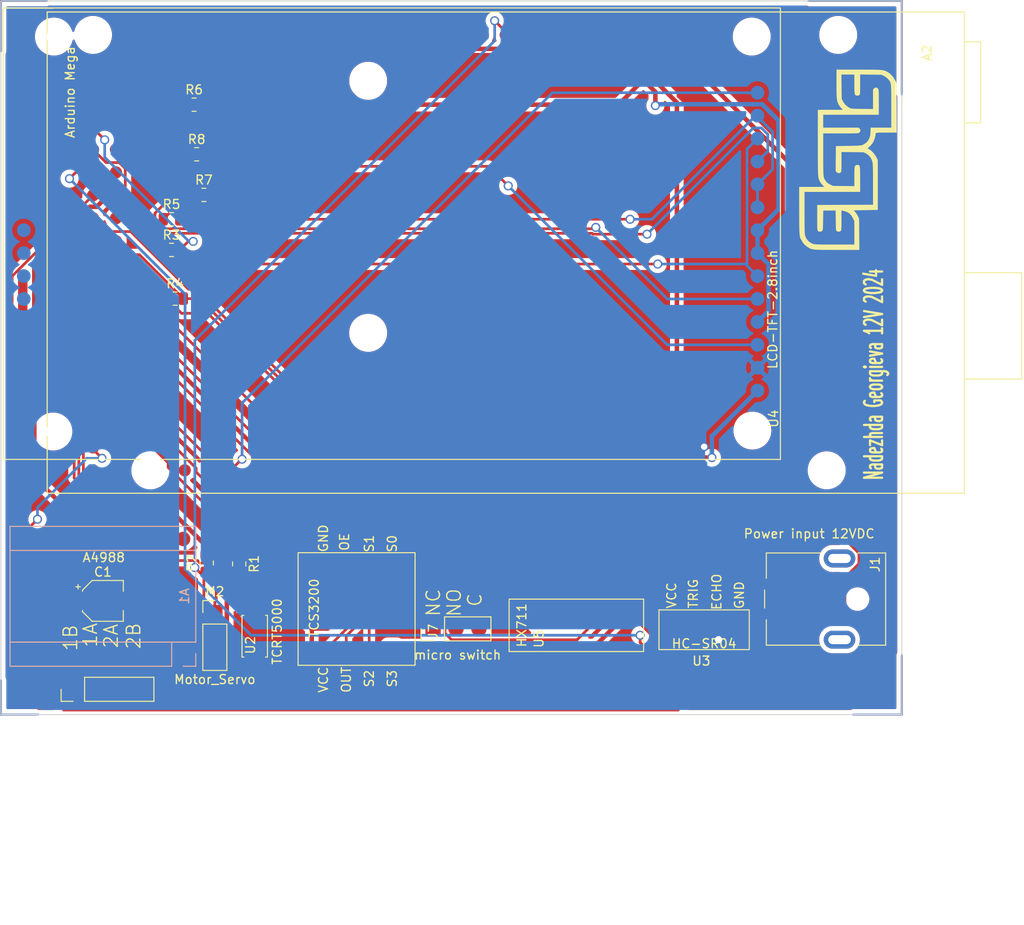
<source format=kicad_pcb>
(kicad_pcb (version 20211014) (generator pcbnew)
  (layers (0 "F.Cu" mixed) (31 "B.Cu" mixed) (34 "B.Paste" user) (35 "F.Paste" user) (36 "B.SilkS" user "B.Silkscreen") (37 "F.SilkS" user "F.Silkscreen") (38 "B.Mask" user) (39 "F.Mask" user) (44 "Edge.Cuts" user))
  (net 0 "")
  (net 1 "GND")
  (net 2 "+5V")
  (net 3 "+12V")
  (net 4 "Net-(A1-Pad3)")
  (net 5 "Net-(A1-Pad4)")
  (net 6 "Net-(A1-Pad5)")
  (net 7 "Net-(R1-Pad2)")
  (net 8 "Net-(A2-Pad39)")
  (net 9 "Net-(A1-Pad6)")
  (net 10 "Net-(A1-Pad9)")
  (net 15 "Net-(A2-Pad49)")
  (net 16 "Net-(A2-Pad47)")
  (net 17 "Net-(A2-Pad45)")
  (net 18 "Net-(A2-Pad37)")
  (net 19 "Net-(A2-Pad48)")
  (net 20 "Net-(A2-Pad34)")
  (net 21 "Net-(A2-Pad50)")
  (net 22 "Net-(A2-Pad51)")
  (net 23 "Net-(A2-Pad52)")
  (net 24 "Net-(A2-Pad53)")
  (net 25 "Net-(A2-PadAD0)")
  (net 26 "Net-(R3-Pad1)")
  (net 27 "Net-(R5-Pad2)")
  (net 28 "Net-(A1-Pad16)")
  (net 29 "Net-(R7-Pad1)")
  (net 30 "Net-(R8-Pad1)")
  (net 31 "Net-(A2-Pad32)")
  (net 32 "Net-(A2-Pad30)")
  (net 33 "Net-(A2-Pad28)")
  (net 34 "Net-(A2-Pad26)")
  (net 35 "Net-(A2-Pad22)")
  (net 36 "Net-(A2-Pad14)")
  (net 37 "Net-(A1-Pad15)")
  (net 38 "Net-(A1-Pad13)")
  (net 39 "+3.3V")
  (net 45 "Net-(A2-Pad19)")
  (net 46 "Net-(A2-Pad35)")
  (net 61 "Net-(A2-Pad24)")
  (footprint "Resistor_SMD:R_0805_2012Metric" (layer "F.Cu") (at 53.4 85.9 90)
    (fp_text reference "R2")
    (fp_text value "10kΩ")
  )
  (footprint "Capacitor_SMD:CP_Elec_4x3" (layer "F.Cu") (at 41.9 90.1)
    (fp_text reference "C1")
    (fp_text value "C_Small")
  )
  (footprint "Connector_PinHeader_2.54mm:PinHeader_1x03_P2.54mm_Vertical" (layer "F.Cu") (at 54.3 91.4)
    (fp_text reference "M2")
    (fp_text value "Motor_Servo")
  )
  (footprint "Connector_PinHeader_2.54mm:PinHeader_1x04_P2.54mm_Vertical" (layer "F.Cu") (at 38.6 99.9 90)
    (fp_text reference "REF**" hide)
    (fp_text value "PinHeader_1x04_P2.54mm_Vertical" hide)
  )
  (footprint "Resistor_SMD:R_0805_2012Metric" (layer "F.Cu") (at 57 86 -90)
    (fp_text reference "R1")
    (fp_text value "100Ω")
  )
  (footprint "HC-SR04:XCVR_HC-SR04" (layer "F.Cu") (at 108.5 92.3)
    (fp_text reference "U3")
    (fp_text value "HC-SR04")
  )
  (footprint "Connector_PinHeader_2.54mm:PinHeader_1x03_P2.54mm_Vertical" (layer "F.Cu") (at 78.475 93.2 90)
    (fp_text reference "J7")
    (fp_text value "micro switch")
  )
  (footprint "Resistor_SMD:R_0805_2012Metric" (layer "F.Cu") (at 49.5 47.8)
    (fp_text reference "R5")
    (fp_text value "10kΩ")
  )
  (footprint "Library:HX711" (layer "F.Cu") (at 85.14 124.905 90)
    (fp_text reference "U5")
    (fp_text value "HX711")
  )
  (footprint "Resistor_SMD:R_0805_2012Metric" (layer "F.Cu") (at 52.2875 40.6)
    (fp_text reference "R8")
    (fp_text value "10kΩ")
  )
  (footprint "Resistor_SMD:R_0805_2012Metric" (layer "F.Cu") (at 49.9 56.6)
    (fp_text reference "R4")
    (fp_text value "10kΩ")
  )
  (footprint "Resistor_SMD:R_0805_2012Metric" (layer "F.Cu") (at 52 35.1)
    (fp_text reference "R6")
    (fp_text value "10kΩ")
  )
  (footprint "Resistor_SMD:R_0805_2012Metric" (layer "F.Cu") (at 53.0875 45.1)
    (fp_text reference "R7")
    (fp_text value "10kΩ")
  )
  (footprint "Library:TCS3200" (layer "F.Cu") (at 64.7875 93.185 -90)
    (fp_text reference "U2")
    (fp_text value "TCRT5000")
  )
  (footprint "Library:arduino_mega2560" (layer "F.Cu") (at 86.525 51.5 -90)
    (fp_text reference "A2")
    (fp_text value "Arduino Mega")
  )
  (footprint "Resistor_SMD:R_0805_2012Metric" (layer "F.Cu") (at 49.5 51.2)
    (fp_text reference "R3")
    (fp_text value "10kΩ")
  )
  (footprint "Library:2.8inch_tft-lcd" (layer "F.Cu") (at 35.673 71.879 180)
    (fp_text reference "U4" hide)
    (fp_text value "LCD-TFT-2.8inch")
  )
  (footprint "Connector_BarrelJack:BarrelJack_CUI_PJ-063AH_Horizontal" (layer "F.Cu") (at 116.5 89.9 90)
    (fp_text reference "J1")
    (fp_text value "Power input 12VDC")
  )
  (footprint "Library:TCS3200 color sensor" (layer "F.Cu") (at 68.86 93.64 90)
    (fp_text reference "U1" hide)
    (fp_text value "TCS3200")
  )
  (footprint "Module:Pololu_Breakout-16_15.2x20.3mm" (layer "B.Cu") (at 50.79 95.94 90)
    (fp_text reference "A1")
    (fp_text value "A4988")
  )
  (gr_line (start 34.4 102.7) (end 30.6 102.7) (layer "F.Cu") (width 0.2))
  (gr_line (start 30.6 102.7) (end 30.6 98.9) (layer "F.Cu") (width 0.2))
  (gr_line (start 30.6 23.6) (end 35.6 23.6) (layer "F.Cu") (width 0.2))
  (gr_line (start 30.6 29.2) (end 30.6 23.7) (layer "F.Cu") (width 0.2))
  (gr_line (start 125.1 102.7) (end 130.4 102.7) (layer "F.Cu") (width 0.2))
  (gr_line (start 130.4 23.6) (end 120.2 23.6) (layer "F.Cu") (width 0.2))
  (gr_line (start 130.4 33.8) (end 130.4 23.6) (layer "F.Cu") (width 0.2))
  (gr_line (start 130.4 102.7) (end 130.4 96.2) (layer "F.Cu") (width 0.2))
  (gr_line (start 30.65 102.7) (end 34.75 102.7) (layer "B.Cu") (width 0.2))
  (gr_line (start 125 102.7) (end 130.4 102.7) (layer "B.Cu") (width 0.2))
  (gr_line (start 120.05 23.6) (end 130.35 23.6) (layer "B.Cu") (width 0.2))
  (gr_line (start 130.4 23.7) (end 130.4 34) (layer "B.Cu") (width 0.2))
  (gr_line (start 130.4 102.7) (end 130.4 96.1) (layer "B.Cu") (width 0.2))
  (gr_line (start 30.6 29.15) (end 30.6 23.65) (layer "B.Cu") (width 0.2))
  (gr_line (start 30.7 23.6) (end 35.7 23.6) (layer "B.Cu") (width 0.2))
  (gr_line (start 30.6 98.9) (end 30.6 102.7) (layer "B.Cu") (width 0.2))
  (gr_poly (pts (xy 121.799859 44.216969) (xy 121.611497 44.01473) (xy 121.572241 43.970196) (xy 121.531272 43.920499) (xy 121.489884 43.867362) (xy 121.449368 43.812512) (xy 121.411019 43.757674) (xy 121.376128 43.704572) (xy 121.360383 43.679211) (xy 121.345988 43.654931) (xy 121.333104 43.631949) (xy 121.321893 43.610478) (xy 121.282247 43.53205) (xy 121.264301 43.494883) (xy 121.24755 43.458017) (xy 121.231954 43.420653) (xy 121.217472 43.381995) (xy 121.204062 43.341244) (xy 121.191683 43.297603) (xy 121.180294 43.250275) (xy 121.169853 43.19846) (xy 121.16032 43.141362) (xy 121.151653 43.078183) (xy 121.14381 43.008125) (xy 121.136751 42.93039) (xy 121.130434 42.844181) (xy 121.124819 42.7487) (xy 121.119863 42.643149) (xy 121.115526 42.52673) (xy 121.108542 42.258098) (xy 121.103539 41.936423) (xy 121.100185 41.555323) (xy 121.09815 41.108414) (xy 121.097105 40.589317) (xy 121.096665 39.309026) (xy 121.096665 35.669591) (xy 123.86873 35.669591) (xy 123.680367 35.467366) (xy 123.641318 35.423238) (xy 123.600929 35.374653) (xy 123.560438 35.32317) (xy 123.521087 35.270345) (xy 123.484113 35.217734) (xy 123.450758 35.166894) (xy 123.435824 35.142625) (xy 123.422259 35.119383) (xy 123.410219 35.097362) (xy 123.399858 35.076756) (xy 123.361607 35.001274) (xy 123.327727 34.928282) (xy 123.297956 34.855317) (xy 123.27203 34.779915) (xy 123.260427 34.74053) (xy 123.249687 34.699612) (xy 123.239777 34.656854) (xy 123.230665 34.611947) (xy 123.214701 34.514455) (xy 123.201531 34.404674) (xy 123.190895 34.280139) (xy 123.182529 34.138388) (xy 123.17617 33.976957) (xy 123.171557 33.793384) (xy 123.168425 33.585204) (xy 123.166514 33.349955) (xy 123.165299 32.788396) (xy 123.165299 31.212102) (xy 125.588159 31.212102) (xy 127.159028 31.218431) (xy 127.670891 31.230538) (xy 128.045482 31.252335) (xy 128.191874 31.267742) (xy 128.316633 31.28662) (xy 128.423991 31.309318) (xy 128.518175 31.336187) (xy 128.603414 31.367577) (xy 128.683939 31.403835) (xy 128.847756 31.49236) (xy 128.906283 31.527881) (xy 128.964535 31.567089) (xy 129.022343 31.609797) (xy 129.079538 31.655816) (xy 129.135953 31.704959) (xy 129.191418 31.757035) (xy 129.245765 31.811859) (xy 129.298824 31.869241) (xy 129.350428 31.928992) (xy 129.400408 31.990926) (xy 129.448595 32.054853) (xy 129.49482 32.120585) (xy 129.538915 32.187934) (xy 129.580711 32.256712) (xy 129.620039 32.32673) (xy 129.656732 32.397801) (xy 129.808473 32.705586) (xy 129.822358 35.448918) (xy 129.836 38.197041) (xy 128.686677 38.197041) (xy 128.276143 38.197198) (xy 127.971726 38.2) (xy 127.854362 38.203485) (xy 127.757589 38.208943) (xy 127.679426 38.216811) (xy 127.617896 38.227526) (xy 127.571018 38.241526) (xy 127.536812 38.259247) (xy 127.5133 38.281127) (xy 127.498501 38.307602) (xy 127.490437 38.339111) (xy 127.487128 38.376089) (xy 127.486856 38.468205) (xy 127.485065 38.503186) (xy 127.479861 38.543933) (xy 127.471492 38.589747) (xy 127.460206 38.639927) (xy 127.446254 38.69377) (xy 127.429883 38.750578) (xy 127.411342 38.809648) (xy 127.390881 38.87028) (xy 127.368748 38.931773) (xy 127.345192 38.993426) (xy 127.320463 39.054539) (xy 127.294808 39.114409) (xy 127.268478 39.172338) (xy 127.241721 39.227623) (xy 127.214785 39.279563) (xy 127.187921 39.327458) (xy 127.175589 39.348173) (xy 127.161068 39.370508) (xy 127.144548 39.394255) (xy 127.126217 39.419204) (xy 127.106264 39.445147) (xy 127.08488 39.471877) (xy 127.038572 39.526858) (xy 126.988809 39.58248) (xy 126.937105 39.637073) (xy 126.884974 39.68897) (xy 126.859222 39.713385) (xy 126.833932 39.736501) (xy 126.78623 39.781986) (xy 126.743646 39.824847) (xy 126.724527 39.845005) (xy 126.706991 39.864162) (xy 126.69114 39.882203) (xy 126.677075 39.899013) (xy 126.664898 39.914476) (xy 126.65471 39.928478) (xy 126.646612 39.940903) (xy 126.640705 39.951637) (xy 126.637092 39.960565) (xy 126.636177 39.964316) (xy 126.635873 39.967572) (xy 126.636193 39.970319) (xy 126.637149 39.972543) (xy 126.638755 39.974228) (xy 126.641023 39.975362) (xy 126.671933 39.98673) (xy 126.703455 40.000103) (xy 126.76808 40.032597) (xy 126.834393 40.072306) (xy 126.901889 40.118692) (xy 126.970062 40.171217) (xy 127.038407 40.229341) (xy 127.106419 40.292529) (xy 127.173593 40.36024) (xy 127.239423 40.431937) (xy 127.303404 40.507082) (xy 127.365031 40.585137) (xy 127.423798 40.665563) (xy 127.479202 40.747822) (xy 127.530735 40.831377) (xy 127.577893 40.915688) (xy 127.620171 41.000218) (xy 127.739602 41.252965) (xy 127.739602 46.7674) (xy 125.082429 46.813359) (xy 125.25715 47.020146) (xy 125.27564 47.042725) (xy 125.294841 47.067221) (xy 125.334748 47.121028) (xy 125.375632 47.179681) (xy 125.416253 47.241296) (xy 125.45537 47.303988) (xy 125.491744 47.365872) (xy 125.524134 47.425064) (xy 125.538448 47.453062) (xy 125.551301 47.47968) (xy 125.670968 47.732427) (xy 125.684617 49.464772) (xy 125.698495 51.201924) (xy 125.142266 51.201924) (xy 125.142266 50.604527) (xy 125.142266 47.999059) (xy 124.97664 47.672597) (xy 124.930208 47.583612) (xy 124.882083 47.500854) (xy 124.831967 47.424086) (xy 124.779562 47.353073) (xy 124.724573 47.287577) (xy 124.696017 47.256825) (xy 124.666703 47.227365) (xy 124.636594 47.199165) (xy 124.605653 47.172198) (xy 124.573844 47.146434) (xy 124.541128 47.121842) (xy 124.507469 47.098395) (xy 124.472831 47.076061) (xy 124.437174 47.054812) (xy 124.400464 47.034618) (xy 124.32373 46.997277) (xy 124.242333 46.963803) (xy 124.155977 46.933959) (xy 124.064362 46.90751) (xy 123.967194 46.884219) (xy 123.864175 46.86385) (xy 123.716989 46.836339) (xy 123.716989 47.934666) (xy 123.714418 48.529939) (xy 123.710234 48.726013) (xy 123.703253 48.868085) (xy 123.692827 48.966435) (xy 123.686121 49.002427) (xy 123.67831 49.031342) (xy 123.669314 49.054468) (xy 123.659053 49.073087) (xy 123.647444 49.088486) (xy 123.634408 49.101949) (xy 123.624161 49.110722) (xy 123.613279 49.118956) (xy 123.601802 49.126653) (xy 123.589767 49.13381) (xy 123.577214 49.14043) (xy 123.564181 49.14651) (xy 123.536832 49.157057) (xy 123.508028 49.16545) (xy 123.478079 49.171688) (xy 123.447295 49.175773) (xy 123.415985 49.177703) (xy 123.384459 49.177479) (xy 123.353027 49.175101) (xy 123.321997 49.170569) (xy 123.291681 49.163882) (xy 123.262386 49.155041) (xy 123.234424 49.144045) (xy 123.221038 49.137739) (xy 123.208102 49.130895) (xy 123.195654 49.123512) (xy 123.183732 49.11559) (xy 123.176195 49.10992) (xy 123.1691 49.10397) (xy 123.162432 49.097567) (xy 123.156174 49.090539) (xy 123.150311 49.082716) (xy 123.144827 49.073925) (xy 123.139705 49.063996) (xy 123.13493 49.052756) (xy 123.130486 49.040033) (xy 123.126356 49.025658) (xy 123.122525 49.009457) (xy 123.118976 48.991259) (xy 123.115694 48.970892) (xy 123.112663 48.948186) (xy 123.109867 48.922969) (xy 123.107289 48.895068) (xy 123.104914 48.864313) (xy 123.102726 48.830531) (xy 123.100708 48.793552) (xy 123.098845 48.753203) (xy 123.095519 48.661712) (xy 123.09262 48.554684) (xy 123.09002 48.430748) (xy 123.087592 48.28853) (xy 123.082734 47.943761) (xy 123.068841 46.836339) (xy 121.698854 46.836339) (xy 121.684976 47.911687) (xy 121.674408 48.497404) (xy 121.667592 48.691618) (xy 121.658614 48.833646) (xy 121.646619 48.933667) (xy 121.639222 48.971108) (xy 121.63075 49.001865) (xy 121.621096 49.027212) (xy 121.610152 49.048421) (xy 121.58397 49.083516) (xy 121.574097 49.09399) (xy 121.563486 49.103868) (xy 121.552181 49.11315) (xy 121.540225 49.121834) (xy 121.527661 49.129919) (xy 121.514531 49.137402) (xy 121.500877 49.144282) (xy 121.486744 49.150558) (xy 121.472174 49.156227) (xy 121.457209 49.161288) (xy 121.426267 49.169582) (xy 121.394262 49.175424) (xy 121.361535 49.178803) (xy 121.328429 49.179706) (xy 121.295288 49.178119) (xy 121.262452 49.174029) (xy 121.230266 49.167424) (xy 121.214523 49.163174) (xy 121.199071 49.158291) (xy 121.183953 49.152772) (xy 121.16921 49.146616) (xy 121.154887 49.139821) (xy 121.141026 49.132386) (xy 121.12767 49.12431) (xy 121.114862 49.11559) (xy 121.107347 49.109501) (xy 121.100275 49.103152) (xy 121.093635 49.096308) (xy 121.08741 49.088736) (xy 121.081589 49.080202) (xy 121.076159 49.070473) (xy 121.071104 49.059313) (xy 121.066412 49.046489) (xy 121.06207 49.031768) (xy 121.058064 49.014915) (xy 121.054381 48.995697) (xy 121.051007 48.973879) (xy 121.047928 48.949228) (xy 121.045132 48.921509) (xy 121.042605 48.89049) (xy 121.040333 48.855935) (xy 121.038303 48.817611) (xy 121.036501 48.775285) (xy 121.034914 48.728722) (xy 121.033529 48.677688) (xy 121.032332 48.62195) (xy 121.03131 48.561273) (xy 121.029736 48.424168) (xy 121.028698 48.264502) (xy 121.028091 48.080405) (xy 121.027734 47.631429) (xy 121.027734 46.215962) (xy 124.116921 46.202077) (xy 127.210893 46.192983) (xy 127.210893 43.950353) (xy 127.207898 42.813952) (xy 127.197164 42.089856) (xy 127.188072 41.848617) (xy 127.17606 41.669887) (xy 127.160799 41.540144) (xy 127.141961 41.445867) (xy 127.119764 41.366359) (xy 127.094526 41.289725) (xy 127.06622 41.215937) (xy 127.034819 41.144971) (xy 127.000295 41.076798) (xy 126.96262 41.011394) (xy 126.921766 40.948732) (xy 126.877705 40.888785) (xy 126.830411 40.831528) (xy 126.779855 40.776935) (xy 126.72601 40.724978) (xy 126.668847 40.675633) (xy 126.60834 40.628872) (xy 126.54446 40.584669) (xy 126.47718 40.542999) (xy 126.406472 40.503835) (xy 126.176705 40.379857) (xy 124.944566 40.365971) (xy 123.716989 40.35233) (xy 123.716989 41.432241) (xy 123.714913 42.036021) (xy 123.710943 42.231684) (xy 123.703794 42.371892) (xy 123.698742 42.4248) (xy 123.692551 42.468166) (xy 123.685107 42.503428) (xy 123.676295 42.532028) (xy 123.666001 42.555405) (xy 123.65411 42.574999) (xy 123.625077 42.608601) (xy 123.613294 42.619835) (xy 123.601204 42.630289) (xy 123.588824 42.639965) (xy 123.576172 42.648864) (xy 123.563266 42.656986) (xy 123.550123 42.664332) (xy 123.536762 42.670904) (xy 123.5232 42.676701) (xy 123.509455 42.681725) (xy 123.495544 42.685976) (xy 123.481486 42.689455) (xy 123.467299 42.692164) (xy 123.453 42.694102) (xy 123.438607 42.69527) (xy 123.424137 42.69567) (xy 123.409609 42.695302) (xy 123.39504 42.694167) (xy 123.380448 42.692265) (xy 123.365852 42.689598) (xy 123.351268 42.686166) (xy 123.336715 42.681971) (xy 123.322209 42.677012) (xy 123.307771 42.671291) (xy 123.293416 42.664808) (xy 123.279162 42.657564) (xy 123.265028 42.64956) (xy 123.251032 42.640797) (xy 123.237191 42.631276) (xy 123.223522 42.620997) (xy 123.210044 42.609961) (xy 123.196775 42.598169) (xy 123.183732 42.585622) (xy 123.073396 42.475285) (xy 123.082734 41.083043) (xy 123.096368 39.690557) (xy 124.498673 39.667577) (xy 125.00018 39.659613) (xy 125.379059 39.650406) (xy 125.658801 39.636134) (xy 125.768835 39.625905) (xy 125.862894 39.612975) (xy 125.943914 39.596868) (xy 126.01483 39.577105) (xy 126.07858 39.553208) (xy 126.138098 39.524701) (xy 126.196323 39.491104) (xy 126.25619 39.45194) (xy 126.392594 39.355) (xy 126.422056 39.334221) (xy 126.450112 39.313084) (xy 126.476869 39.291456) (xy 126.502437 39.269203) (xy 126.526924 39.246192) (xy 126.550438 39.222288) (xy 126.573088 39.197358) (xy 126.594981 39.171269) (xy 126.616227 39.143887) (xy 126.636933 39.115078) (xy 126.657207 39.084708) (xy 126.677159 39.052645) (xy 126.696897 39.018753) (xy 126.716528 38.9829) (xy 126.736162 38.944952) (xy 126.755906 38.904775) (xy 126.779583 38.85746) (xy 126.800737 38.813305) (xy 126.819534 38.771592) (xy 126.836144 38.731597) (xy 126.850735 38.692603) (xy 126.863475 38.653887) (xy 126.874532 38.614729) (xy 126.884075 38.57441) (xy 126.892272 38.532209) (xy 126.89929 38.487405) (xy 126.905299 38.439278) (xy 126.910467 38.387108) (xy 126.914961 38.330174) (xy 126.918951 38.267756) (xy 126.926087 38.123586) (xy 126.94906 37.645619) (xy 129.233819 37.645619) (xy 129.233819 35.288091) (xy 129.228998 33.746295) (xy 129.21659 33.265193) (xy 129.206025 33.08086) (xy 129.191844 32.927821) (xy 129.173514 32.801439) (xy 129.150504 32.697075) (xy 129.122282 32.610093) (xy 129.088317 32.535854) (xy 129.048075 32.469722) (xy 129.001026 32.407057) (xy 128.884377 32.27358) (xy 128.861096 32.248396) (xy 128.836162 32.222926) (xy 128.809759 32.197311) (xy 128.782067 32.171692) (xy 128.753269 32.14621) (xy 128.723546 32.121007) (xy 128.693081 32.096222) (xy 128.662055 32.071998) (xy 128.630651 32.048474) (xy 128.59905 32.025793) (xy 128.567434 32.004095) (xy 128.535986 31.983521) (xy 128.504887 31.964212) (xy 128.47432 31.94631) (xy 128.444465 31.929955) (xy 128.415505 31.915288) (xy 128.153428 31.786519) (xy 126.967248 31.772649) (xy 125.785852 31.754445) (xy 125.785852 32.852544) (xy 125.783847 33.459128) (xy 125.780046 33.657272) (xy 125.773227 33.79989) (xy 125.762526 33.897911) (xy 125.75545 33.933614) (xy 125.74708 33.962266) (xy 125.737307 33.985234) (xy 125.726024 34.003884) (xy 125.713122 34.019583) (xy 125.698495 34.033696) (xy 125.686954 34.043591) (xy 125.674768 34.052642) (xy 125.661937 34.06086) (xy 125.64846 34.06826) (xy 125.634338 34.074855) (xy 125.619571 34.080657) (xy 125.604159 34.085682) (xy 125.588101 34.089942) (xy 125.571399 34.09345) (xy 125.554051 34.09622) (xy 125.536058 34.098265) (xy 125.51742 34.099599) (xy 125.498137 34.100235) (xy 125.478209 34.100186) (xy 125.457636 34.099466) (xy 125.436417 34.098088) (xy 125.411315 34.095779) (xy 125.387677 34.093026) (xy 125.365459 34.089629) (xy 125.344617 34.085385) (xy 125.325108 34.080094) (xy 125.306887 34.073556) (xy 125.289912 34.065568) (xy 125.274138 34.055929) (xy 125.259521 34.04444) (xy 125.246019 34.030898) (xy 125.233587 34.015101) (xy 125.222181 33.99685) (xy 125.211758 33.975944) (xy 125.202274 33.952179) (xy 125.193685 33.925357) (xy 125.185947 33.895276) (xy 125.179018 33.861734) (xy 125.172852 33.824531) (xy 125.167407 33.783465) (xy 125.162638 33.738335) (xy 125.158502 33.688941) (xy 125.154956 33.63508) (xy 125.151954 33.576552) (xy 125.149454 33.513156) (xy 125.145785 33.370955) (xy 125.143597 33.206868) (xy 125.142541 33.019286) (xy 125.142266 32.8066) (xy 125.142266 31.763555) (xy 123.712442 31.763555) (xy 123.726319 33.10529) (xy 123.739961 34.451833) (xy 123.86873 34.709126) (xy 123.896273 34.763342) (xy 123.927085 34.817278) (xy 123.960982 34.870766) (xy 123.997784 34.923639) (xy 124.037307 34.975728) (xy 124.07937 35.026865) (xy 124.123792 35.076883) (xy 124.170389 35.125613) (xy 124.218981 35.172888) (xy 124.269385 35.218538) (xy 124.321419 35.262397) (xy 124.374902 35.304296) (xy 124.429651 35.344067) (xy 124.485485 35.381542) (xy 124.542222 35.416554) (xy 124.599679 35.448934) (xy 124.633778 35.466809) (xy 124.66656 35.482574) (xy 124.683023 35.489713) (xy 124.699836 35.496383) (xy 124.717226 35.502602) (xy 124.735419 35.508391) (xy 124.754641 35.513769) (xy 124.77512 35.518755) (xy 124.797082 35.523368) (xy 124.820753 35.527628) (xy 124.84636 35.531555) (xy 124.874129 35.535168) (xy 124.904288 35.538485) (xy 124.937061 35.541528) (xy 125.011361 35.546864) (xy 125.098841 35.551331) (xy 125.201313 35.555086) (xy 125.320589 35.558282) (xy 125.458482 35.561075) (xy 125.616805 35.563622) (xy 126.001985 35.568593) (xy 127.210893 35.58225) (xy 127.210893 33.413335) (xy 127.330567 33.298436) (xy 127.343184 33.285957) (xy 127.356029 33.274364) (xy 127.369086 33.263657) (xy 127.38234 33.253835) (xy 127.395775 33.244898) (xy 127.409378 33.236844) (xy 127.423132 33.229674) (xy 127.437023 33.223385) (xy 127.451034 33.217978) (xy 127.465153 33.213451) (xy 127.479362 33.209804) (xy 127.493646 33.207036) (xy 127.507992 33.205146) (xy 127.522382 33.204133) (xy 127.536804 33.203998) (xy 127.55124 33.204737) (xy 127.565676 33.206353) (xy 127.580097 33.208842) (xy 127.594488 33.212205) (xy 127.608834 33.216441) (xy 127.623118 33.221548) (xy 127.637327 33.227527) (xy 127.651445 33.234376) (xy 127.665457 33.242095) (xy 127.679348 33.250682) (xy 127.693102 33.260138) (xy 127.706704 33.270461) (xy 127.72014 33.28165) (xy 127.733394 33.293705) (xy 127.746451 33.306625) (xy 127.759295 33.32041) (xy 127.771913 33.335057) (xy 127.778615 33.343029) (xy 127.784952 33.351544) (xy 127.790932 33.360798) (xy 127.796568 33.370983) (xy 127.801867 33.382296) (xy 127.806841 33.394929) (xy 127.811499 33.409078) (xy 127.815851 33.424937) (xy 127.819909 33.442701) (xy 127.82368 33.462563) (xy 127.827176 33.484719) (xy 127.830407 33.509362) (xy 127.833382 33.536687) (xy 127.836112 33.566889) (xy 127.840876 33.636699) (xy 127.844778 33.720347) (xy 127.8479 33.81939) (xy 127.850321 33.935381) (xy 127.852122 34.069877) (xy 127.853383 34.224433) (xy 127.854185 34.400603) (xy 127.85473 34.82401) (xy 127.85473 36.221044) (xy 121.694306 36.221044) (xy 121.694306 37.645619) (xy 125.643212 37.645619) (xy 125.7399 37.769597) (xy 125.750266 37.783461) (xy 125.759828 37.797446) (xy 125.768587 37.811536) (xy 125.776546 37.825719) (xy 125.783706 37.839982) (xy 125.790072 37.85431) (xy 125.795645 37.868691) (xy 125.800427 37.883112) (xy 125.804422 37.897559) (xy 125.807632 37.912017) (xy 125.810058 37.926475) (xy 125.811705 37.940919) (xy 125.812573 37.955335) (xy 125.812667 37.96971) (xy 125.811987 37.98403) (xy 125.810537 37.998282) (xy 125.80832 38.012453) (xy 125.805337 38.02653) (xy 125.801591 38.040498) (xy 125.797085 38.054345) (xy 125.791821 38.068056) (xy 125.785802 38.08162) (xy 125.77903 38.095022) (xy 125.771508 38.108248) (xy 125.763238 38.121286) (xy 125.754222 38.134123) (xy 125.744464 38.146744) (xy 125.733965 38.159136) (xy 125.722729 38.171287) (xy 125.710757 38.183181) (xy 125.698052 38.194807) (xy 125.684617 38.206151) (xy 125.676152 38.213275) (xy 125.666946 38.219981) (xy 125.656717 38.226279) (xy 125.645183 38.232183) (xy 125.63206 38.237706) (xy 125.617065 38.24286) (xy 125.599916 38.247659) (xy 125.580329 38.252113) (xy 125.558022 38.256237) (xy 125.532711 38.260043) (xy 125.504115 38.263544) (xy 125.471949 38.266752) (xy 125.435932 38.26968) (xy 125.39578 38.27234) (xy 125.30194 38.27691) (xy 125.188166 38.280562) (xy 125.052196 38.283399) (xy 124.891766 38.285521) (xy 124.704613 38.287029) (xy 124.488474 38.288026) (xy 124.241086 38.288613) (xy 123.64351 38.28896) (xy 121.694306 38.28896) (xy 121.694306 40.623509) (xy 121.698334 42.117213) (xy 121.708859 42.585654) (xy 121.729938 42.916453) (xy 121.74558 43.041479) (xy 121.765232 43.145585) (xy 121.789354 43.233268) (xy 121.818402 43.309025) (xy 121.852833 43.377352) (xy 121.893106 43.442746) (xy 121.993005 43.582723) (xy 122.014678 43.611346) (xy 122.036711 43.638681) (xy 122.059245 43.664843) (xy 122.08242 43.689947) (xy 122.106378 43.714106) (xy 122.13126 43.737436) (xy 122.157205 43.760052) (xy 122.184357 43.782067) (xy 122.212854 43.803598) (xy 122.242839 43.824757) (xy 122.274452 43.845661) (xy 122.307835 43.866423) (xy 122.343128 43.887159) (xy 122.380472 43.907983) (xy 122.420008 43.929009) (xy 122.461877 43.950353) (xy 122.769914 44.102086) (xy 123.956086 44.115972) (xy 125.142266 44.129628) (xy 125.142266 43.091115) (xy 125.1439 42.6826) (xy 125.151029 42.368902) (xy 125.157698 42.243723) (xy 125.166993 42.137586) (xy 125.179332 42.048934) (xy 125.195132 41.976214) (xy 125.214812 41.917872) (xy 125.238788 41.872352) (xy 125.252517 41.853914) (xy 125.267478 41.8381) (xy 125.3013 41.813562) (xy 125.340671 41.797182) (xy 125.386009 41.787407) (xy 125.437731 41.782682) (xy 125.496255 41.781453) (xy 125.545732 41.782297) (xy 125.568206 41.783756) (xy 125.589233 41.786265) (xy 125.608863 41.790094) (xy 125.627142 41.795511) (xy 125.63579 41.7989) (xy 125.644119 41.802786) (xy 125.652134 41.807205) (xy 125.659841 41.812188) (xy 125.667247 41.817771) (xy 125.674358 41.823987) (xy 125.681179 41.830869) (xy 125.687717 41.838451) (xy 125.693977 41.846767) (xy 125.699966 41.85585) (xy 125.705689 41.865734) (xy 125.711153 41.876452) (xy 125.721326 41.900528) (xy 125.730533 41.928347) (xy 125.738822 41.960177) (xy 125.746242 41.996287) (xy 125.752839 42.036948) (xy 125.758663 42.082428) (xy 125.763761 42.132997) (xy 125.768182 42.188923) (xy 125.771973 42.250476) (xy 125.775182 42.317926) (xy 125.777857 42.391541) (xy 125.780048 42.47159) (xy 125.783163 42.652069) (xy 125.784913 42.861517) (xy 125.785681 43.102088) (xy 125.785852 43.375935) (xy 125.785852 44.768422) (xy 119.625436 44.768422) (xy 119.625436 47.09818) (xy 119.630001 48.363721) (xy 119.641475 49.098416) (xy 119.651962 49.321096) (xy 119.66677 49.476342) (xy 119.686761 49.585915) (xy 119.7128 49.671574) (xy 119.742019 49.749257) (xy 119.774496 49.823717) (xy 119.810258 49.894967) (xy 119.849333 49.963023) (xy 119.891746 50.027897) (xy 119.937526 50.089605) (xy 119.986699 50.14816) (xy 120.039291 50.203576) (xy 120.095331 50.255868) (xy 120.154845 50.305049) (xy 120.21786 50.351133) (xy 120.284403 50.394136) (xy 120.354501 50.43407) (xy 120.428182 50.47095) (xy 120.505471 50.50479) (xy 120.586396 50.535604) (xy 120.620838 50.54624) (xy 120.661698 50.555747) (xy 120.71086 50.564187) (xy 120.770209 50.57162) (xy 120.841629 50.578108) (xy 120.927007 50.583711) (xy 121.028226 50.58849) (xy 121.147171 50.592507) (xy 121.285727 50.595823) (xy 121.44578 50.598499) (xy 121.837912 50.602174) (xy 122.338645 50.60402) (xy 122.963059 50.604527) (xy 125.142266 50.604527) (xy 125.142266 51.201924) (xy 123.216042 51.201924) (xy 121.594146 51.197036) (xy 121.082038 51.184469) (xy 120.883299 51.17377) (xy 120.716146 51.159411) (xy 120.575606 51.140854) (xy 120.456712 51.117559) (xy 120.354493 51.088989) (xy 120.26398 51.054607) (xy 120.180202 51.013872) (xy 120.098191 50.966249) (xy 119.919587 50.84818) (xy 119.867062 50.811584) (xy 119.817856 50.775683) (xy 119.771627 50.740092) (xy 119.72803 50.704427) (xy 119.686724 50.668306) (xy 119.647364 50.631344) (xy 119.609607 50.593158) (xy 119.573112 50.553365) (xy 119.537533 50.51158) (xy 119.502528 50.46742) (xy 119.467754 50.420502) (xy 119.432867 50.370442) (xy 119.397525 50.316856) (xy 119.361384 50.259361) (xy 119.324101 50.197573) (xy 119.285333 50.131108) (xy 119.241601 50.056453) (xy 119.221802 50.021059) (xy 119.20332 49.986174) (xy 119.186109 49.951216) (xy 119.170122 49.9156) (xy 119.155313 49.878742) (xy 119.141635 49.840057) (xy 119.129042 49.798963) (xy 119.117487 49.754875) (xy 119.106926 49.707209) (xy 119.09731 49.655381) (xy 119.088594 49.598807) (xy 119.080732 49.536903) (xy 119.073677 49.469085) (xy 119.067383 49.394769) (xy 119.061803 49.31337) (xy 119.056891 49.224306) (xy 119.052602 49.126992) (xy 119.048888 49.020844) (xy 119.043001 48.77971) (xy 119.03886 48.496231) (xy 119.036095 48.165736) (xy 119.034336 47.783553) (xy 119.03235 46.845433) (xy 119.027802 44.216969)) (layer "F.SilkS") (width 0) (fill solid))
  (gr_rect (start 30.6 102.7) (end 130.4 23.6) (layer "Edge.Cuts") (width 0.1) (fill none))
  (gr_text "1B" (at 38.3 94.2 90) (layer "F.SilkS") (effects (font (size 1.5 1.5))))
  (gr_text "1A" (at 40.5 93.9 90) (layer "F.SilkS") (effects (font (size 1.5 1.5))))
  (gr_text "Nadezhda Georgieva 12V 2024" (at 127.3 65 90) (layer "F.SilkS") (effects (font (size 2 1) (thickness 0.25))))
  (gr_text "NO\n" (at 80.8 90.3 90) (layer "F.SilkS") (effects (font (size 1.5 1.5))))
  (gr_text "2A" (at 42.8 94 90) (layer "F.SilkS") (effects (font (size 1.5 1.5))))
  (gr_text "2B" (at 45.3 94 90) (layer "F.SilkS") (effects (font (size 1.5 1.5))))
  (gr_text "NC\n" (at 78.5 90.3 90) (layer "F.SilkS") (effects (font (size 1.5 1.5))))
  (gr_text "C" (at 83.1 90 90) (layer "F.SilkS") (effects (font (size 1.5 1.5))))
  (segment (start 58.2925 98.4701) (end 57.3222 98.4701) (width 0.5) (layer "F.Cu") (net 1))
  (segment (start 98.532 25.523) (end 96.685 27.37) (width 0.5) (layer "F.Cu") (net 1))
  (segment (start 108.5 36.8937) (end 105.7102 34.1039) (width 0.5) (layer "F.Cu") (net 1))
  (segment (start 110.0966 94.4) (end 103.319614 94.4) (width 0.5) (layer "F.Cu") (net 1))
  (segment (start 94.145 27.37) (end 91.8987 29.6163) (width 0.5) (layer "F.Cu") (net 1))
  (segment (start 104.0703 25.523) (end 98.532 25.523) (width 0.5) (layer "F.Cu") (net 1))
  (segment (start 47.7272 94.6687) (end 46.98 95.4159) (width 0.5) (layer "F.Cu") (net 1))
  (segment (start 110.909 75.63) (end 110.909 76.2071) (width 0.5) (layer "F.Cu") (net 1))
  (segment (start 46.1787 29.6163) (end 43.345 32.45) (width 0.5) (layer "F.Cu") (net 1))
  (segment (start 73.94 96.423) (end 70.4559 99.9071) (width 0.5) (layer "F.Cu") (net 1))
  (segment (start 94.145 27.37) (end 96.685 27.37) (width 0.5) (layer "F.Cu") (net 1))
  (segment (start 35.55 95.94) (end 39.2159 92.2741) (width 0.5) (layer "F.Cu") (net 1))
  (segment (start 39.2159 92.2741) (end 43.7 92.2741) (width 0.5) (layer "F.Cu") (net 1))
  (segment (start 73.94 96.18) (end 73.94 96.423) (width 0.5) (layer "F.Cu") (net 1))
  (segment (start 59.6469 97.1157) (end 57.7875 95.2563) (width 0.5) (layer "F.Cu") (net 1))
  (segment (start 59.7162 97.185) (end 59.6469 97.1157) (width 0.5) (layer "F.Cu") (net 1))
  (segment (start 43.7 92.2741) (end 43.8382 92.2741) (width 0.5) (layer "F.Cu") (net 1))
  (segment (start 110.909 76.2071) (end 122.5 87.7981) (width 0.5) (layer "F.Cu") (net 1))
  (segment (start 54.3 96.48) (end 55.6019 96.48) (width 0.5) (layer "F.Cu") (net 1))
  (segment (start 50.79 95.94) (end 50.79 95.8104) (width 0.5) (layer "F.Cu") (net 1))
  (segment (start 105.7102 34.1039) (end 105.7102 27.1629) (width 0.5) (layer "F.Cu") (net 1))
  (segment (start 57.3222 98.4701) (end 55.6019 96.7498) (width 0.5) (layer "F.Cu") (net 1))
  (segment (start 50.79 95.8104) (end 49.6483 94.6687) (width 0.5) (layer "F.Cu") (net 1))
  (segment (start 52.3285 95.8104) (end 52.9981 96.48) (width 0.5) (layer "F.Cu") (net 1))
  (segment (start 96.6919 96.18) (end 73.94 96.18) (width 0.5) (layer "F.Cu") (net 1))
  (segment (start 49.6483 94.6687) (end 47.7272 94.6687) (width 0.5) (layer "F.Cu") (net 1))
  (segment (start 110.909 75.63) (end 110.909 74.009) (width 0.5) (layer "F.Cu") (net 1))
  (segment (start 57.7875 95.2563) (end 57.7875 90.785) (width 0.5) (layer "F.Cu") (net 1))
  (segment (start 54.3 96.48) (end 52.9981 96.48) (width 0.5) (layer "F.Cu") (net 1))
  (segment (start 110.0966 94.4) (end 112.2466 92.25) (width 0.5) (layer "F.Cu") (net 1))
  (segment (start 100.38 91.885) (end 100.38 92.4919) (width 0.5) (layer "F.Cu") (net 1))
  (segment (start 91.8987 29.6163) (end 46.1787 29.6163) (width 0.5) (layer "F.Cu") (net 1))
  (segment (start 103.319614 94.4) (end 101.411514 92.4919) (width 0.5) (layer "F.Cu") (net 1))
  (segment (start 59.7875 97.185) (end 59.7162 97.185) (width 0.5) (layer "F.Cu") (net 1))
  (segment (start 112.2466 92.25) (end 112.475 92.25) (width 0.5) (layer "F.Cu") (net 1))
  (segment (start 46.98 96.5006) (end 46.98 95.4159) (width 0.5) (layer "F.Cu") (net 1))
  (segment (start 50.3865 99.9071) (end 46.98 96.5006) (width 0.5) (layer "F.Cu") (net 1))
  (segment (start 101.411514 92.4919) (end 100.38 92.4919) (width 0.5) (layer "F.Cu") (net 1))
  (segment (start 55.6019 96.7498) (end 55.6019 96.48) (width 0.5) (layer "F.Cu") (net 1))
  (segment (start 70.4559 99.9071) (end 50.3865 99.9071) (width 0.5) (layer "F.Cu") (net 1))
  (segment (start 59.6469 97.1157) (end 58.2925 98.4701) (width 0.5) (layer "F.Cu") (net 1))
  (segment (start 43.7 92.2741) (end 43.7 90.1) (width 0.5) (layer "F.Cu") (net 1))
  (segment (start 109.9139 73.0139) (end 108.5 73.0139) (width 0.5) (layer "F.Cu") (net 1))
  (segment (start 43.8382 92.2741) (end 46.98 95.4159) (width 0.5) (layer "F.Cu") (net 1))
  (segment (start 108.5 73.0139) (end 108.5 36.8937) (width 0.5) (layer "F.Cu") (net 1))
  (segment (start 122.5 89.9) (end 122.5 87.7981) (width 0.5) (layer "F.Cu") (net 1))
  (segment (start 105.7102 27.1629) (end 104.0703 25.523) (width 0.5) (layer "F.Cu") (net 1))
  (segment (start 100.38 92.4919) (end 96.6919 96.18) (width 0.5) (layer "F.Cu") (net 1))
  (segment (start 110.909 74.009) (end 109.9139 73.0139) (width 0.5) (layer "F.Cu") (net 1))
  (segment (start 50.79 95.8104) (end 52.3285 95.8104) (width 0.5) (layer "F.Cu") (net 1))
  (via (at 110.0966 94.4) (size 1) (drill 0.8) (layers "F.Cu" "B.Cu") (net 1))
  (via (at 108.5 73.0139) (size 1) (drill 0.7) (layers "F.Cu" "B.Cu") (net 1))
  (segment (start 110.0966 94.4) (end 108.6 92.9034) (width 0.5) (layer "B.Cu") (net 1))
  (segment (start 108.3601 73.1538) (end 108.5 73.0139) (width 0.5) (layer "B.Cu") (net 1))
  (segment (start 108.3601 74.631014) (end 108.3601 73.1538) (width 0.5) (layer "B.Cu") (net 1))
  (segment (start 108.6 92.9034) (end 108.6 74.870914) (width 0.5) (layer "B.Cu") (net 1))
  (segment (start 108.5 70.172) (end 108.5 73.0139) (width 0.5) (layer "B.Cu") (net 1))
  (segment (start 114.413 64.259) (end 108.5 70.172) (width 0.5) (layer "B.Cu") (net 1))
  (segment (start 108.6 74.870914) (end 108.3601 74.631014) (width 0.5) (layer "B.Cu") (net 1))
  (segment (start 73.4379 94.9087) (end 72.6139 95.7327) (width 0.5) (layer "F.Cu") (net 2))
  (segment (start 104.3248 90.6329) (end 107.1412 87.8165) (width 0.5) (layer "F.Cu") (net 2))
  (segment (start 104.725 92.25) (end 104.725 91.0331) (width 0.5) (layer "F.Cu") (net 2))
  (segment (start 103.0351 32.4215) (end 103.0351 26.9496) (width 0.5) (layer "F.Cu") (net 2))
  (segment (start 63.1961 99.1763) (end 51.721 99.1763) (width 0.5) (layer "F.Cu") (net 2))
  (segment (start 57 85.0875) (end 57.0172 85.1047) (width 0.5) (layer "F.Cu") (net 2))
  (segment (start 103.0351 26.9496) (end 102.3104 26.2249) (width 0.5) (layer "F.Cu") (net 2))
  (segment (start 99.11 90.6329) (end 99.3429 90.4) (width 0.5) (layer "F.Cu") (net 2))
  (segment (start 65.0361 97.3363) (end 65.0361 93.1668) (width 0.5) (layer "F.Cu") (net 2))
  (segment (start 107.1412 87.8165) (end 107.1412 75.2358) (width 0.5) (layer "F.Cu") (net 2))
  (segment (start 53.4 84.9875) (end 53.4 84.0775) (width 0.5) (layer "F.Cu") (net 2))
  (segment (start 74.6109 95.0519) (end 74.4677 94.9087) (width 0.5) (layer "F.Cu") (net 2))
  (segment (start 65.1078 97.408) (end 65.0361 97.3363) (width 0.5) (layer "F.Cu") (net 2))
  (segment (start 53.4 84.0775) (end 48.0097 78.6872) (width 0.5) (layer "F.Cu") (net 2))
  (segment (start 107.1412 75.2358) (end 108.1602 74.2168) (width 0.5) (layer "F.Cu") (net 2))
  (segment (start 108.1602 74.2168) (end 105.4822 71.5388) (width 0.5) (layer "F.Cu") (net 2))
  (segment (start 49.5019 96.9572) (end 49.2672 96.9572) (width 0.5) (layer "F.Cu") (net 2))
  (segment (start 108.1602 74.2168) (end 109.3601 74.2168) (width 0.5) (layer "F.Cu") (net 2))
  (segment (start 57.0172 85.1047) (end 57.0172 85.1479) (width 0.5) (layer "F.Cu") (net 2))
  (segment (start 71.9563 97.408) (end 65.1078 97.408) (width 0.5) (layer "F.Cu") (net 2))
  (segment (start 46.4022 78.6872) (end 43.345 75.63) (width 0.5) (layer "F.Cu") (net 2))
  (segment (start 96.4674 95.0519) (end 74.6109 95.0519) (width 0.5) (layer "F.Cu") (net 2))
  (segment (start 104.0919 90.4) (end 104.3248 90.6329) (width 0.5) (layer "F.Cu") (net 2))
  (segment (start 92.76 91.885) (end 94.245 90.4) (width 0.5) (layer "F.Cu") (net 2))
  (segment (start 51.721 99.1763) (end 49.5019 96.9572) (width 0.5) (layer "F.Cu") (net 2))
  (segment (start 104.3248 90.6329) (end 104.725 91.0331) (width 0.5) (layer "F.Cu") (net 2))
  (segment (start 72.6139 95.7327) (end 72.6139 96.7504) (width 0.5) (layer "F.Cu") (net 2))
  (segment (start 99.11 90.6329) (end 99.11 92.4093) (width 0.5) (layer "F.Cu") (net 2))
  (segment (start 54.3 93.94) (end 55.6289 92.6111) (width 0.5) (layer "F.Cu") (net 2))
  (segment (start 48.0097 78.6872) (end 46.4022 78.6872) (width 0.5) (layer "F.Cu") (net 2))
  (segment (start 92.76 91.885) (end 90.22 91.885) (width 0.5) (layer "F.Cu") (net 2))
  (segment (start 100.3701 26.2249) (end 99.225 27.37) (width 0.5) (layer "F.Cu") (net 2))
  (segment (start 65.0361 93.1668) (end 57.0172 85.1479) (width 0.5) (layer "F.Cu") (net 2))
  (segment (start 57.0172 85.1479) (end 55.6289 86.5362) (width 0.5) (layer "F.Cu") (net 2))
  (segment (start 49.2672 96.9572) (end 48.25 95.94) (width 0.5) (layer "F.Cu") (net 2))
  (segment (start 105.4822 34.8686) (end 103.0351 32.4215) (width 0.5) (layer "F.Cu") (net 2))
  (segment (start 102.3104 26.2249) (end 100.3701 26.2249) (width 0.5) (layer "F.Cu") (net 2))
  (segment (start 54.0802 84.9875) (end 53.4 84.9875) (width 0.5) (layer "F.Cu") (net 2))
  (segment (start 105.4822 71.5388) (end 105.4822 34.8686) (width 0.5) (layer "F.Cu") (net 2))
  (segment (start 65.0361 93.1668) (end 66.7932 93.1668) (width 0.5) (layer "F.Cu") (net 2))
  (segment (start 99.3429 90.4) (end 104.0919 90.4) (width 0.5) (layer "F.Cu") (net 2))
  (segment (start 72.6139 96.7504) (end 71.9563 97.408) (width 0.5) (layer "F.Cu") (net 2))
  (segment (start 98.8771 90.4) (end 99.11 90.6329) (width 0.5) (layer "F.Cu") (net 2))
  (segment (start 43.345 75.63) (end 40.805 75.63) (width 0.5) (layer "F.Cu") (net 2))
  (segment (start 94.245 90.4) (end 98.8771 90.4) (width 0.5) (layer "F.Cu") (net 2))
  (segment (start 66.7932 93.1668) (end 73.94 86.02) (width 0.5) (layer "F.Cu") (net 2))
  (segment (start 74.4677 94.9087) (end 73.4379 94.9087) (width 0.5) (layer "F.Cu") (net 2))
  (segment (start 99.11 92.4093) (end 96.4674 95.0519) (width 0.5) (layer "F.Cu") (net 2))
  (segment (start 55.6289 92.6111) (end 55.6289 86.5362) (width 0.5) (layer "F.Cu") (net 2))
  (segment (start 55.6289 86.5362) (end 54.0802 84.9875) (width 0.5) (layer "F.Cu") (net 2))
  (segment (start 65.0361 97.3363) (end 63.1961 99.1763) (width 0.5) (layer "F.Cu") (net 2))
  (via (at 109.3601 74.2168) (size 1) (drill 0.7) (layers "F.Cu" "B.Cu") (net 2))
  (segment (start 114.413 66.799) (end 109.3602 71.8518) (width 0.5) (layer "B.Cu") (net 2))
  (segment (start 109.3602 71.8518) (end 109.3602 74.2168) (width 0.5) (layer "B.Cu") (net 2))
  (segment (start 109.3602 74.2168) (end 109.3601 74.2168) (width 0.5) (layer "B.Cu") (net 2))
  (segment (start 41.9463 45.6858) (end 41.9463 42.1263) (width 0.5) (layer "F.Cu") (net 3))
  (segment (start 90.0606 28.9144) (end 91.605 27.37) (width 0.5) (layer "F.Cu") (net 3))
  (segment (start 41.9463 42.1263) (end 41.0889 41.2689) (width 0.5) (layer "F.Cu") (net 3))
  (segment (start 124 91.17132) (end 124 87.77132) (width 0.5) (layer "F.Cu") (net 3))
  (segment (start 105.9594 24.8211) (end 104.42906 24.8211) (width 0.5) (layer "F.Cu") (net 3))
  (segment (start 116.5 89.9) (end 116.5 92.3519) (width 0.5) (layer "F.Cu") (net 3))
  (segment (start 40.1 90.1) (end 36.82 90.1) (width 0.5) (layer "F.Cu") (net 3))
  (segment (start 42.075 32.8316) (end 42.075 32.1189) (width 0.5) (layer "F.Cu") (net 3))
  (segment (start 124 87.77132) (end 125.75 86.02132) (width 0.5) (layer "F.Cu") (net 3))
  (segment (start 94.1539 24.8211) (end 91.605 27.37) (width 0.5) (layer "F.Cu") (net 3))
  (segment (start 107.333358 26.191) (end 107.3293 26.191) (width 0.5) (layer "F.Cu") (net 3))
  (segment (start 41.0889 41.2689) (end 40.3792 41.2689) (width 0.5) (layer "F.Cu") (net 3))
  (segment (start 104.42906 24.8211) (end 104.38096 24.773) (width 0.5) (layer "F.Cu") (net 3))
  (segment (start 39.6741 34.4751) (end 40.4292 33.72) (width 0.5) (layer "F.Cu") (net 3))
  (segment (start 119.708 75.141642) (end 118.2 73.633642) (width 0.5) (layer "F.Cu") (net 3))
  (segment (start 40.4629 46.42) (end 41.2121 46.42) (width 0.5) (layer "F.Cu") (net 3))
  (segment (start 98.22134 24.773) (end 98.17324 24.8211) (width 0.5) (layer "F.Cu") (net 3))
  (segment (start 104.38096 24.773) (end 98.22134 24.773) (width 0.5) (layer "F.Cu") (net 3))
  (segment (start 125.75 84.77868) (end 119.708 78.73668) (width 0.5) (layer "F.Cu") (net 3))
  (segment (start 123.81901 91.35231) (end 124 91.17132) (width 0.5) (layer "F.Cu") (net 3))
  (segment (start 36.82 78.9067) (end 34.3016 76.3883) (width 0.5) (layer "F.Cu") (net 3))
  (segment (start 40.4292 33.72) (end 41.1866 33.72) (width 0.5) (layer "F.Cu") (net 3))
  (segment (start 116.5 92.3519) (end 124.8186 92.3519) (width 0.5) (layer "F.Cu") (net 3))
  (segment (start 119.708 78.73668) (end 119.708 75.141642) (width 0.5) (layer "F.Cu") (net 3))
  (segment (start 124.8186 92.3519) (end 123.81901 91.35231) (width 0.5) (layer "F.Cu") (net 3))
  (segment (start 108.024 31.6267) (end 108.024 26.881642) (width 0.5) (layer "F.Cu") (net 3))
  (segment (start 34.3016 52.5813) (end 40.4629 46.42) (width 0.5) (layer "F.Cu") (net 3))
  (segment (start 39.6741 40.5638) (end 39.6741 34.4751) (width 0.5) (layer "F.Cu") (net 3))
  (segment (start 36.82 90.8781) (end 36.82 90.1) (width 0.5) (layer "F.Cu") (net 3))
  (segment (start 98.17324 24.8211) (end 94.1539 24.8211) (width 0.5) (layer "F.Cu") (net 3))
  (segment (start 41.2121 46.42) (end 41.9463 45.6858) (width 0.5) (layer "F.Cu") (net 3))
  (segment (start 107.3293 26.191) (end 105.9594 24.8211) (width 0.5) (layer "F.Cu") (net 3))
  (segment (start 125.75 86.02132) (end 125.75 84.77868) (width 0.5) (layer "F.Cu") (net 3))
  (segment (start 33.01 95.94) (end 33.01 94.6881) (width 0.5) (layer "F.Cu") (net 3))
  (segment (start 118.2 73.633642) (end 118.2 41.8027) (width 0.5) (layer "F.Cu") (net 3))
  (segment (start 34.3016 76.3883) (end 34.3016 52.5813) (width 0.5) (layer "F.Cu") (net 3))
  (segment (start 33.01 94.6881) (end 36.82 90.8781) (width 0.5) (layer "F.Cu") (net 3))
  (segment (start 42.075 32.1189) (end 45.2795 28.9144) (width 0.5) (layer "F.Cu") (net 3))
  (segment (start 118.2 41.8027) (end 108.024 31.6267) (width 0.5) (layer "F.Cu") (net 3))
  (segment (start 41.1866 33.72) (end 42.075 32.8316) (width 0.5) (layer "F.Cu") (net 3))
  (segment (start 40.3792 41.2689) (end 39.6741 40.5638) (width 0.5) (layer "F.Cu") (net 3))
  (segment (start 36.82 90.1) (end 36.82 78.9067) (width 0.5) (layer "F.Cu") (net 3))
  (segment (start 108.024 26.881642) (end 107.333358 26.191) (width 0.5) (layer "F.Cu") (net 3))
  (segment (start 45.2795 28.9144) (end 90.0606 28.9144) (width 0.5) (layer "F.Cu") (net 3))
  (segment (start 38.6 98.6981) (end 39.3525 97.9456) (width 0.3) (layer "F.Cu") (net 4))
  (segment (start 38.6 99.9) (end 38.6 98.6981) (width 0.3) (layer "F.Cu") (net 4))
  (segment (start 39.3525 97.9456) (end 39.3525 95.2475) (width 0.3) (layer "F.Cu") (net 4))
  (segment (start 40.1 94.5) (end 44.27 94.5) (width 0.3) (layer "F.Cu") (net 4))
  (segment (start 39.3525 95.2475) (end 40.1 94.5) (width 0.3) (layer "F.Cu") (net 4))
  (segment (start 44.27 94.5) (end 45.71 95.94) (width 0.3) (layer "F.Cu") (net 4))
  (segment (start 41.14 99.9) (end 41.14 98.9099) (width 0.3) (layer "F.Cu") (net 5))
  (segment (start 43.17 95.94) (end 43.17 97.0919) (width 0.3) (layer "F.Cu") (net 5))
  (segment (start 42.958 97.0919) (end 43.17 97.0919) (width 0.3) (layer "F.Cu") (net 5))
  (segment (start 41.14 98.9099) (end 42.958 97.0919) (width 0.3) (layer "F.Cu") (net 5))
  (segment (start 40.6541 101.1242) (end 41.6275 101.1242) (width 0.3) (layer "F.Cu") (net 6))
  (segment (start 39.9025 97.8194) (end 39.9025 100.3726) (width 0.3) (layer "F.Cu") (net 6))
  (segment (start 42.4781 100.2736) (end 42.4781 99.9) (width 0.3) (layer "F.Cu") (net 6))
  (segment (start 40.63 95.94) (end 40.63 97.0919) (width 0.3) (layer "F.Cu") (net 6))
  (segment (start 39.9025 100.3726) (end 40.6541 101.1242) (width 0.3) (layer "F.Cu") (net 6))
  (segment (start 43.68 99.9) (end 42.4781 99.9) (width 0.3) (layer "F.Cu") (net 6))
  (segment (start 40.63 97.0919) (end 39.9025 97.8194) (width 0.3) (layer "F.Cu") (net 6))
  (segment (start 41.6275 101.1242) (end 42.4781 100.2736) (width 0.3) (layer "F.Cu") (net 6))
  (segment (start 59.7875 90.785) (end 59.7875 89.7) (width 0.3) (layer "F.Cu") (net 7))
  (segment (start 59.7875 89.7) (end 57 86.9125) (width 0.3) (layer "F.Cu") (net 7))
  (segment (start 48.9875 56.6) (end 50.6143 58.2268) (width 0.3) (layer "F.Cu") (net 8))
  (segment (start 50.6143 58.2268) (end 53.5132 58.2268) (width 0.3) (layer "F.Cu") (net 8))
  (segment (start 53.5132 58.2268) (end 81.015 85.7286) (width 0.3) (layer "F.Cu") (net 8))
  (segment (start 81.015 85.7286) (end 81.015 93.2) (width 0.3) (layer "F.Cu") (net 8))
  (segment (start 40.805 52.77) (end 42.075 54.04) (width 0.3) (layer "F.Cu") (net 8))
  (segment (start 46.4275 54.04) (end 48.9875 56.6) (width 0.3) (layer "F.Cu") (net 8))
  (segment (start 42.075 54.04) (end 46.4275 54.04) (width 0.3) (layer "F.Cu") (net 8))
  (segment (start 37.3981 97.7838) (end 38.09 97.0919) (width 0.3) (layer "F.Cu") (net 9))
  (segment (start 45.0181 100.2864) (end 43.6575 101.647) (width 0.3) (layer "F.Cu") (net 9))
  (segment (start 38.1486 101.647) (end 37.3981 100.8965) (width 0.3) (layer "F.Cu") (net 9))
  (segment (start 46.22 99.9) (end 45.0181 99.9) (width 0.3) (layer "F.Cu") (net 9))
  (segment (start 43.6575 101.647) (end 38.1486 101.647) (width 0.3) (layer "F.Cu") (net 9))
  (segment (start 37.3981 100.8965) (end 37.3981 97.7838) (width 0.3) (layer "F.Cu") (net 9))
  (segment (start 45.0181 99.9) (end 45.0181 100.2864) (width 0.3) (layer "F.Cu") (net 9))
  (segment (start 38.09 95.94) (end 38.09 97.0919) (width 0.3) (layer "F.Cu") (net 9))
  (segment (start 34.65355 81.05355) (end 33.01 82.6971) (width 0.3) (layer "F.Cu") (net 10))
  (segment (start 41.8 74.3) (end 40.805 73.305) (width 0.3) (layer "F.Cu") (net 10))
  (segment (start 33.01 82.6971) (end 33.01 83.24) (width 0.3) (layer "F.Cu") (net 10))
  (segment (start 40.805 73.305) (end 40.805 73.09) (width 0.3) (layer "F.Cu") (net 10))
  (via (at 34.65355 81.05355) (size 1) (drill 0.7) (layers "F.Cu" "B.Cu") (net 10))
  (via (at 41.8 74.3) (size 1) (drill 0.7) (layers "F.Cu" "B.Cu") (net 10))
  (segment (start 41.8 74.3) (end 40.1 74.3) (width 0.3) (layer "B.Cu") (net 10))
  (segment (start 40.1 74.3) (end 34.65355 79.74645) (width 0.3) (layer "B.Cu") (net 10))
  (segment (start 34.65355 79.74645) (end 34.65355 81.05355) (width 0.3) (layer "B.Cu") (net 10))
  (segment (start 44.3759 45.9409) (end 47.7938 49.3588) (width 0.3) (layer "F.Cu") (net 15))
  (segment (start 47.7938 49.3588) (end 96.0912 49.3588) (width 0.3) (layer "F.Cu") (net 15))
  (segment (start 96.1887 49.4563) (end 102.1764 49.4563) (width 0.3) (layer "F.Cu") (net 15))
  (segment (start 43.71 41.517) (end 44.3759 42.1829) (width 0.3) (layer "F.Cu") (net 15))
  (segment (start 42.252 41.517) (end 43.71 41.517) (width 0.3) (layer "F.Cu") (net 15))
  (segment (start 44.3759 42.1829) (end 44.3759 45.9409) (width 0.3) (layer "F.Cu") (net 15))
  (segment (start 40.805 40.07) (end 42.252 41.517) (width 0.3) (layer "F.Cu") (net 15))
  (segment (start 96.0912 49.3588) (end 96.1887 49.4563) (width 0.3) (layer "F.Cu") (net 15))
  (via (at 102.1764 49.4563) (size 1) (drill 0.7) (layers "F.Cu" "B.Cu") (net 15))
  (segment (start 113.9473 37.6854) (end 102.1764 49.4563) (width 0.3) (layer "B.Cu") (net 15))
  (segment (start 114.8522 37.6854) (end 113.9473 37.6854) (width 0.3) (layer "B.Cu") (net 15))
  (segment (start 115.5499 40.2621) (end 115.5499 38.3831) (width 0.3) (layer "B.Cu") (net 15))
  (segment (start 114.413 41.399) (end 115.5499 40.2621) (width 0.3) (layer "B.Cu") (net 15))
  (segment (start 115.5499 38.3831) (end 114.8522 37.6854) (width 0.3) (layer "B.Cu") (net 15))
  (segment (start 112.892 90.8) (end 113.8768 91.7848) (width 0.3) (layer "F.Cu") (net 16))
  (segment (start 109.925 92.25) (end 109.925 91.133101) (width 0.3) (layer "F.Cu") (net 16))
  (segment (start 110.258101 90.8) (end 112.892 90.8) (width 0.3) (layer "F.Cu") (net 16))
  (segment (start 113.8768 91.7848) (end 113.8768 92.7034) (width 0.3) (layer "F.Cu") (net 16))
  (segment (start 38.2 43.3) (end 38.89 42.61) (width 0.3) (layer "F.Cu") (net 16))
  (segment (start 101.416 94.716) (end 101.416 93.9106) (width 0.3) (layer "F.Cu") (net 16))
  (segment (start 109.925 91.133101) (end 110.258101 90.8) (width 0.3) (layer "F.Cu") (net 16))
  (segment (start 38.89 42.61) (end 40.805 42.61) (width 0.3) (layer "F.Cu") (net 16))
  (segment (start 110.7802 95.8) (end 102.5 95.8) (width 0.3) (layer "F.Cu") (net 16))
  (segment (start 102.5 95.8) (end 101.416 94.716) (width 0.3) (layer "F.Cu") (net 16))
  (segment (start 101.5913 94.0859) (end 101.416 93.9106) (width 0.3) (layer "F.Cu") (net 16))
  (segment (start 113.8768 92.7034) (end 110.7802 95.8) (width 0.3) (layer "F.Cu") (net 16))
  (via (at 38.2 43.3) (size 1) (drill 0.7) (layers "F.Cu" "B.Cu") (net 16))
  (via (at 101.416 93.9106) (size 1) (drill 0.7) (layers "F.Cu" "B.Cu") (net 16))
  (segment (start 58.318407 93.9106) (end 101.416 93.9106) (width 0.3) (layer "B.Cu") (net 16))
  (segment (start 51 86.592193) (end 58.318407 93.9106) (width 0.3) (layer "B.Cu") (net 16))
  (segment (start 51 56.1) (end 51 86.592193) (width 0.3) (layer "B.Cu") (net 16))
  (segment (start 38.2 43.3) (end 51 56.1) (width 0.3) (layer "B.Cu") (net 16))
  (segment (start 107.275 92.25) (end 108.925 90.6) (width 0.3) (layer "F.Cu") (net 17))
  (segment (start 109.680283 90.6) (end 110.080283 90.2) (width 0.3) (layer "F.Cu") (net 17))
  (segment (start 113.5 90.2) (end 114.6 91.3) (width 0.3) (layer "F.Cu") (net 17))
  (segment (start 31.8434 95.409543) (end 31.8434 83.770457) (width 0.3) (layer "F.Cu") (net 17))
  (segment (start 31.81 96.437057) (end 31.81 95.442943) (width 0.3) (layer "F.Cu") (net 17))
  (segment (start 31.8434 82.709543) (end 31.8434 54.1116) (width 0.3) (layer "F.Cu") (net 17))
  (segment (start 31.8434 83.770457) (end 31.81 83.737057) (width 0.3) (layer "F.Cu") (net 17))
  (segment (start 37.569943 102.197) (end 31.81 96.437057) (width 0.3) (layer "F.Cu") (net 17))
  (segment (start 108.925 90.6) (end 109.680283 90.6) (width 0.3) (layer "F.Cu") (net 17))
  (segment (start 114.6 93.2) (end 105.603 102.197) (width 0.3) (layer "F.Cu") (net 17))
  (segment (start 31.81 83.737057) (end 31.81 82.742943) (width 0.3) (layer "F.Cu") (net 17))
  (segment (start 31.81 82.742943) (end 31.8434 82.709543) (width 0.3) (layer "F.Cu") (net 17))
  (segment (start 110.080283 90.2) (end 113.5 90.2) (width 0.3) (layer "F.Cu") (net 17))
  (segment (start 31.81 95.442943) (end 31.8434 95.409543) (width 0.3) (layer "F.Cu") (net 17))
  (segment (start 31.8434 54.1116) (end 40.805 45.15) (width 0.3) (layer "F.Cu") (net 17))
  (segment (start 114.6 91.3) (end 114.6 93.2) (width 0.3) (layer "F.Cu") (net 17))
  (segment (start 105.603 102.197) (end 37.569943 102.197) (width 0.3) (layer "F.Cu") (net 17))
  (segment (start 50.8125 56.6) (end 45.9424 51.7299) (width 0.3) (layer "F.Cu") (net 18))
  (segment (start 50.8125 56.6) (end 52.599 56.6) (width 0.3) (layer "F.Cu") (net 18))
  (segment (start 83.5549 87.5559) (end 83.5549 91.9981) (width 0.3) (layer "F.Cu") (net 18))
  (segment (start 52.599 56.6) (end 83.5549 87.5559) (width 0.3) (layer "F.Cu") (net 18))
  (segment (start 83.5549 91.9981) (end 83.555 91.9981) (width 0.3) (layer "F.Cu") (net 18))
  (segment (start 83.555 93.2) (end 83.555 91.9981) (width 0.3) (layer "F.Cu") (net 18))
  (segment (start 45.9424 51.7299) (end 40.3479 51.7299) (width 0.3) (layer "F.Cu") (net 18))
  (segment (start 40.3479 51.7299) (end 39.7462 52.3316) (width 0.3) (layer "F.Cu") (net 18))
  (segment (start 39.7462 54.2512) (end 40.805 55.31) (width 0.3) (layer "F.Cu") (net 18))
  (segment (start 39.7462 52.3316) (end 39.7462 54.2512) (width 0.3) (layer "F.Cu") (net 18))
  (segment (start 43.345 40.07) (end 46.9504 43.6754) (width 0.3) (layer "F.Cu") (net 19))
  (segment (start 52.5754 43.6754) (end 54 45.1) (width 0.3) (layer "F.Cu") (net 19))
  (segment (start 46.9504 43.6754) (end 52.5754 43.6754) (width 0.3) (layer "F.Cu") (net 19))
  (segment (start 48.0675 57.85) (end 63.1124 72.8949) (width 0.3) (layer "F.Cu") (net 20))
  (segment (start 79.7958 85.222) (end 79.7958 93.6833) (width 0.3) (layer "F.Cu") (net 20))
  (segment (start 97.84 91.885) (end 96.7261 91.885) (width 0.3) (layer "F.Cu") (net 20))
  (segment (start 79.7958 93.6833) (end 80.5222 94.4097) (width 0.3) (layer "F.Cu") (net 20))
  (segment (start 80.5222 94.4097) (end 94.4322 94.4097) (width 0.3) (layer "F.Cu") (net 20))
  (segment (start 94.4322 94.4097) (end 96.7261 92.1158) (width 0.3) (layer "F.Cu") (net 20))
  (segment (start 96.7261 92.1158) (end 96.7261 91.885) (width 0.3) (layer "F.Cu") (net 20))
  (segment (start 43.345 57.85) (end 48.0675 57.85) (width 0.3) (layer "F.Cu") (net 20))
  (segment (start 63.1124 72.8949) (end 67.4687 72.8949) (width 0.3) (layer "F.Cu") (net 20))
  (segment (start 67.4687 72.8949) (end 79.7958 85.222) (width 0.3) (layer "F.Cu") (net 20))
  (segment (start 53.9415 46.7256) (end 49.6619 46.7256) (width 0.3) (layer "F.Cu") (net 21))
  (segment (start 48.9885 43.1735) (end 53.6569 43.1735) (width 0.3) (layer "F.Cu") (net 21))
  (segment (start 54.8898 44.4064) (end 54.8898 45.7773) (width 0.3) (layer "F.Cu") (net 21))
  (segment (start 53.6569 43.1735) (end 54.8898 44.4064) (width 0.3) (layer "F.Cu") (net 21))
  (segment (start 43.345 37.53) (end 48.9885 43.1735) (width 0.3) (layer "F.Cu") (net 21))
  (segment (start 49.6619 46.7256) (end 48.5875 47.8) (width 0.3) (layer "F.Cu") (net 21))
  (segment (start 54.8898 45.7773) (end 53.9415 46.7256) (width 0.3) (layer "F.Cu") (net 21))
  (segment (start 42.1 39) (end 40.805 37.705) (width 0.3) (layer "F.Cu") (net 22))
  (segment (start 51.3542 50.2583) (end 50.4125 51.2) (width 0.3) (layer "F.Cu") (net 22))
  (segment (start 51.9 50.2583) (end 51.3542 50.2583) (width 0.3) (layer "F.Cu") (net 22))
  (segment (start 40.805 37.705) (end 40.805 37.53) (width 0.3) (layer "F.Cu") (net 22))
  (via (at 42.1 39) (size 1) (drill 0.7) (layers "F.Cu" "B.Cu") (net 22))
  (via (at 51.9 50.2583) (size 1) (drill 0.7) (layers "F.Cu" "B.Cu") (net 22))
  (segment (start 51.43 50.2583) (end 42.1 40.9283) (width 0.3) (layer "B.Cu") (net 22))
  (segment (start 42.1 40.9283) (end 42.1 39) (width 0.3) (layer "B.Cu") (net 22))
  (segment (start 51.9 50.2583) (end 51.43 50.2583) (width 0.3) (layer "B.Cu") (net 22))
  (segment (start 51.0875 35.1) (end 43.455 35.1) (width 0.3) (layer "F.Cu") (net 23))
  (segment (start 43.455 35.1) (end 43.345 34.99) (width 0.3) (layer "F.Cu") (net 23))
  (segment (start 48.86 36.26) (end 42.075 36.26) (width 0.3) (layer "F.Cu") (net 24))
  (segment (start 53.2 40.6) (end 48.86 36.26) (width 0.3) (layer "F.Cu") (net 24))
  (segment (start 42.075 36.26) (end 40.805 34.99) (width 0.3) (layer "F.Cu") (net 24))
  (segment (start 52.8088 87.1282) (end 52.0851 86.4045) (width 0.3) (layer "F.Cu") (net 25))
  (segment (start 53.8399 95.2085) (end 53.0843 94.4529) (width 0.3) (layer "F.Cu") (net 25))
  (segment (start 53.0843 87.1282) (end 53.4 86.8125) (width 0.3) (layer "F.Cu") (net 25))
  (segment (start 57.7875 97.185) (end 55.811 95.2085) (width 0.3) (layer "F.Cu") (net 25))
  (segment (start 55.811 95.2085) (end 53.8399 95.2085) (width 0.3) (layer "F.Cu") (net 25))
  (segment (start 85.3 25.8) (end 86.525 27.025) (width 0.3) (layer "F.Cu") (net 25))
  (segment (start 53.0843 94.4529) (end 53.0843 87.1282) (width 0.3) (layer "F.Cu") (net 25))
  (segment (start 53.0843 87.1282) (end 52.8088 87.1282) (width 0.3) (layer "F.Cu") (net 25))
  (segment (start 86.525 27.025) (end 86.525 27.37) (width 0.3) (layer "F.Cu") (net 25))
  (via (at 85.3 25.8) (size 1) (drill 0.7) (layers "F.Cu" "B.Cu") (net 25))
  (via (at 52.0851 86.4045) (size 1) (drill 0.7) (layers "F.Cu" "B.Cu") (net 25))
  (segment (start 52.0851 61.2324) (end 52.0851 86.4045) (width 0.3) (layer "B.Cu") (net 25))
  (segment (start 85.3 28.0175) (end 52.0851 61.2324) (width 0.3) (layer "B.Cu") (net 25))
  (segment (start 85.3 25.8) (end 85.3 28.0175) (width 0.3) (layer "B.Cu") (net 25))
  (segment (start 50.1523 52.7648) (end 48.5875 51.2) (width 0.3) (layer "F.Cu") (net 26))
  (segment (start 103.3648 52.7648) (end 50.1523 52.7648) (width 0.3) (layer "F.Cu") (net 26))
  (via (at 103.3648 52.7648) (size 1) (drill 0.7) (layers "F.Cu" "B.Cu") (net 26))
  (segment (start 114.413 38.859) (end 113.2531 40.0189) (width 0.3) (layer "B.Cu") (net 26))
  (segment (start 113.2531 52.9391) (end 114.413 54.099) (width 0.3) (layer "B.Cu") (net 26))
  (segment (start 113.2531 40.0189) (end 113.2531 52.7648) (width 0.3) (layer "B.Cu") (net 26))
  (segment (start 113.2531 52.7648) (end 103.3648 52.7648) (width 0.3) (layer "B.Cu") (net 26))
  (segment (start 113.2531 52.7648) (end 113.2531 52.9391) (width 0.3) (layer "B.Cu") (net 26))
  (segment (start 50.4125 47.8) (end 100.3 47.8) (width 0.3) (layer "F.Cu") (net 27))
  (via (at 100.3 47.8) (size 1) (drill 0.7) (layers "F.Cu" "B.Cu") (net 27))
  (segment (start 100.3 47.8) (end 102.7284 47.8) (width 0.3) (layer "B.Cu") (net 27))
  (segment (start 116.0877 38.1135) (end 116.0877 42.2643) (width 0.3) (layer "B.Cu") (net 27))
  (segment (start 114.413 43.939) (end 114.413 46.479) (width 0.3) (layer "B.Cu") (net 27))
  (segment (start 114.413 36.319) (end 114.4029 36.3291) (width 0.3) (layer "B.Cu") (net 27))
  (segment (start 114.4029 36.3291) (end 114.4029 36.4287) (width 0.3) (layer "B.Cu") (net 27))
  (segment (start 114.4029 36.4287) (end 116.0877 38.1135) (width 0.3) (layer "B.Cu") (net 27))
  (segment (start 116.0877 42.2643) (end 114.413 43.939) (width 0.3) (layer "B.Cu") (net 27))
  (segment (start 114.0997 36.4287) (end 114.4029 36.4287) (width 0.3) (layer "B.Cu") (net 27))
  (segment (start 102.7284 47.8) (end 114.0997 36.4287) (width 0.3) (layer "B.Cu") (net 27))
  (segment (start 41.067 71.82) (end 41.886 71.001) (width 0.3) (layer "F.Cu") (net 28))
  (segment (start 41.7997 78.1043) (end 39.737 76.0416) (width 0.3) (layer "F.Cu") (net 28))
  (segment (start 49.6381 82.9769) (end 44.7655 78.1043) (width 0.3) (layer "F.Cu") (net 28))
  (segment (start 44.7655 78.1043) (end 41.7997 78.1043) (width 0.3) (layer "F.Cu") (net 28))
  (segment (start 41.886 69.091) (end 40.805 68.01) (width 0.3) (layer "F.Cu") (net 28))
  (segment (start 39.737 76.0416) (end 39.737 72.6896) (width 0.3) (layer "F.Cu") (net 28))
  (segment (start 41.886 71.001) (end 41.886 69.091) (width 0.3) (layer "F.Cu") (net 28))
  (segment (start 39.737 72.6896) (end 40.6066 71.82) (width 0.3) (layer "F.Cu") (net 28))
  (segment (start 50.79 83.24) (end 49.6381 83.24) (width 0.3) (layer "F.Cu") (net 28))
  (segment (start 40.6066 71.82) (end 41.067 71.82) (width 0.3) (layer "F.Cu") (net 28))
  (segment (start 49.6381 83.24) (end 49.6381 82.9769) (width 0.3) (layer "F.Cu") (net 28))
  (segment (start 47.6671 48.4824) (end 48.0396 48.8549) (width 0.3) (layer "F.Cu") (net 29))
  (segment (start 47.6671 47.1335) (end 47.6671 48.4824) (width 0.3) (layer "F.Cu") (net 29))
  (segment (start 96.3495 48.8549) (end 96.5 48.7044) (width 0.3) (layer "F.Cu") (net 29))
  (segment (start 52.175 45.1) (end 49.7006 45.1) (width 0.3) (layer "F.Cu") (net 29))
  (segment (start 49.7006 45.1) (end 47.6671 47.1335) (width 0.3) (layer "F.Cu") (net 29))
  (segment (start 48.0396 48.8549) (end 96.3495 48.8549) (width 0.3) (layer "F.Cu") (net 29))
  (via (at 96.5 48.7044) (size 1) (drill 0.7) (layers "F.Cu" "B.Cu") (net 29))
  (segment (start 104.4346 56.639) (end 96.5 48.7044) (width 0.3) (layer "B.Cu") (net 29))
  (segment (start 114.413 56.639) (end 104.4346 56.639) (width 0.3) (layer "B.Cu") (net 29))
  (segment (start 84.6325 41.9349) (end 52.7099 41.9349) (width 0.3) (layer "F.Cu") (net 30))
  (segment (start 52.7099 41.9349) (end 51.375 40.6) (width 0.3) (layer "F.Cu") (net 30))
  (segment (start 86.7988 44.1012) (end 84.6325 41.9349) (width 0.3) (layer "F.Cu") (net 30))
  (via (at 86.7988 44.1012) (size 1) (drill 0.7) (layers "F.Cu" "B.Cu") (net 30))
  (segment (start 104.4166 61.719) (end 114.413 61.719) (width 0.3) (layer "B.Cu") (net 30))
  (segment (start 86.7988 44.1012) (end 104.4166 61.719) (width 0.3) (layer "B.Cu") (net 30))
  (segment (start 39.2123 50.3008) (end 39.2123 55.1753) (width 0.3) (layer "F.Cu") (net 31))
  (segment (start 40.617 56.58) (end 40.9974 56.58) (width 0.3) (layer "F.Cu") (net 31))
  (segment (start 40.9974 56.58) (end 42.075 57.6576) (width 0.3) (layer "F.Cu") (net 31))
  (segment (start 40.3471 49.166) (end 39.2123 50.3008) (width 0.3) (layer "F.Cu") (net 31))
  (segment (start 52.2574 55.5486) (end 51.3678 55.5486) (width 0.3) (layer "F.Cu") (net 31))
  (segment (start 94.1428 93.0422) (end 89.751 93.0422) (width 0.3) (layer "F.Cu") (net 31))
  (segment (start 42.075 57.6576) (end 42.075 59.12) (width 0.3) (layer "F.Cu") (net 31))
  (segment (start 42.075 59.12) (end 43.345 60.39) (width 0.3) (layer "F.Cu") (net 31))
  (segment (start 51.3678 55.5486) (end 44.9852 49.166) (width 0.3) (layer "F.Cu") (net 31))
  (segment (start 44.9852 49.166) (end 40.3471 49.166) (width 0.3) (layer "F.Cu") (net 31))
  (segment (start 95.3 91.885) (end 94.1428 93.0422) (width 0.3) (layer "F.Cu") (net 31))
  (segment (start 89.751 93.0422) (end 52.2574 55.5486) (width 0.3) (layer "F.Cu") (net 31))
  (segment (start 39.2123 55.1753) (end 40.617 56.58) (width 0.3) (layer "F.Cu") (net 31))
  (segment (start 54.775 75.821) (end 54.775 75.4399) (width 0.3) (layer "F.Cu") (net 32))
  (segment (start 64.974 86.02) (end 54.775 75.821) (width 0.3) (layer "F.Cu") (net 32))
  (segment (start 46.0766 66.7415) (end 43.1587 66.7415) (width 0.3) (layer "F.Cu") (net 32))
  (segment (start 66.32 86.02) (end 64.974 86.02) (width 0.3) (layer "F.Cu") (net 32))
  (segment (start 54.775 75.4399) (end 46.0766 66.7415) (width 0.3) (layer "F.Cu") (net 32))
  (segment (start 42.2642 65.847) (end 42.2642 64.0108) (width 0.3) (layer "F.Cu") (net 32))
  (segment (start 43.1587 66.7415) (end 42.2642 65.847) (width 0.3) (layer "F.Cu") (net 32))
  (segment (start 42.2642 64.0108) (end 43.345 62.93) (width 0.3) (layer "F.Cu") (net 32))
  (segment (start 49.9112 65.47) (end 59.6496 75.2084) (width 0.3) (layer "F.Cu") (net 33))
  (segment (start 59.6496 76.8096) (end 68.86 86.02) (width 0.3) (layer "F.Cu") (net 33))
  (segment (start 43.345 65.47) (end 49.9112 65.47) (width 0.3) (layer "F.Cu") (net 33))
  (segment (start 59.6496 75.2084) (end 59.6496 76.8096) (width 0.3) (layer "F.Cu") (net 33))
  (segment (start 40.5535 66.74) (end 42.075 66.74) (width 0.3) (layer "F.Cu") (net 34))
  (segment (start 75.6114 85.3773) (end 68.2491 78.015) (width 0.3) (layer "F.Cu") (net 34))
  (segment (start 39.7466 65.9331) (end 40.5535 66.74) (width 0.3) (layer "F.Cu") (net 34))
  (segment (start 39.7466 65.0137) (end 39.7466 65.9331) (width 0.3) (layer "F.Cu") (net 34))
  (segment (start 40.5603 64.2) (end 39.7466 65.0137) (width 0.3) (layer "F.Cu") (net 34))
  (segment (start 42.8952 61.8873) (end 42.0141 62.7684) (width 0.3) (layer "F.Cu") (net 34))
  (segment (start 68.2491 78.015) (end 64.5919 78.015) (width 0.3) (layer "F.Cu") (net 34))
  (segment (start 42.0141 62.7684) (end 42.0141 63.2199) (width 0.3) (layer "F.Cu") (net 34))
  (segment (start 42.0141 63.2199) (end 41.034 64.2) (width 0.3) (layer "F.Cu") (net 34))
  (segment (start 68.86 93.9937) (end 75.6114 87.2423) (width 0.3) (layer "F.Cu") (net 34))
  (segment (start 64.5919 78.015) (end 62.395 75.8181) (width 0.3) (layer "F.Cu") (net 34))
  (segment (start 68.86 96.18) (end 68.86 93.9937) (width 0.3) (layer "F.Cu") (net 34))
  (segment (start 42.075 66.74) (end 43.345 68.01) (width 0.3) (layer "F.Cu") (net 34))
  (segment (start 62.395 75.4376) (end 48.8447 61.8873) (width 0.3) (layer "F.Cu") (net 34))
  (segment (start 75.6114 87.2423) (end 75.6114 85.3773) (width 0.3) (layer "F.Cu") (net 34))
  (segment (start 48.8447 61.8873) (end 42.8952 61.8873) (width 0.3) (layer "F.Cu") (net 34))
  (segment (start 41.034 64.2) (end 40.5603 64.2) (width 0.3) (layer "F.Cu") (net 34))
  (segment (start 62.395 75.8181) (end 62.395 75.4376) (width 0.3) (layer "F.Cu") (net 34))
  (segment (start 49.133 75.3161) (end 49.133 74.8046) (width 0.3) (layer "F.Cu") (net 35))
  (segment (start 61.4536 87.6367) (end 49.133 75.3161) (width 0.3) (layer "F.Cu") (net 35))
  (segment (start 71.4 86.02) (end 69.7833 87.6367) (width 0.3) (layer "F.Cu") (net 35))
  (segment (start 49.133 74.8046) (end 47.4184 73.09) (width 0.3) (layer "F.Cu") (net 35))
  (segment (start 47.4184 73.09) (end 43.345 73.09) (width 0.3) (layer "F.Cu") (net 35))
  (segment (start 69.7833 87.6367) (end 61.4536 87.6367) (width 0.3) (layer "F.Cu") (net 35))
  (segment (start 76.1196 87.5898) (end 76.1196 83.0046) (width 0.3) (layer "F.Cu") (net 36))
  (segment (start 76.1196 83.0046) (end 68.745 75.63) (width 0.3) (layer "F.Cu") (net 36))
  (segment (start 71.4 96.18) (end 71.4 92.3094) (width 0.3) (layer "F.Cu") (net 36))
  (segment (start 71.4 92.3094) (end 76.1196 87.5898) (width 0.3) (layer "F.Cu") (net 36))
  (segment (start 39.2336 76.2519) (end 39.2336 72.1214) (width 0.3) (layer "F.Cu") (net 37))
  (segment (start 45.8428 80.8328) (end 43.8145 80.8328) (width 0.3) (layer "F.Cu") (net 37))
  (segment (start 48.25 83.24) (end 45.8428 80.8328) (width 0.3) (layer "F.Cu") (net 37))
  (segment (start 43.8145 80.8328) (end 39.2336 76.2519) (width 0.3) (layer "F.Cu") (net 37))
  (segment (start 39.2336 72.1214) (end 40.805 70.55) (width 0.3) (layer "F.Cu") (net 37))
  (segment (start 45.71 83.24) (end 43.17 83.24) (width 0.3) (layer "F.Cu") (net 38))
  (segment (start 103.1 35.2) (end 103.1 33.6912) (width 0.5) (layer "F.Cu") (net 39))
  (segment (start 103.1 33.6912) (end 101.765 32.3562) (width 0.5) (layer "F.Cu") (net 39))
  (segment (start 101.765 32.3562) (end 101.765 27.37) (width 0.5) (layer "F.Cu") (net 39))
  (segment (start 99.0212 35.1) (end 101.765 32.3562) (width 0.5) (layer "F.Cu") (net 39))
  (segment (start 52.9125 35.1) (end 99.0212 35.1) (width 0.5) (layer "F.Cu") (net 39))
  (via (at 103.1 35.2) (size 1) (drill 0.7) (layers "F.Cu" "B.Cu") (net 39))
  (segment (start 114.413 51.559) (end 115.6315 52.7775) (width 0.5) (layer "B.Cu") (net 39))
  (segment (start 103.1 35.2) (end 103.243 35.057) (width 0.5) (layer "B.Cu") (net 39))
  (segment (start 116.7377 36.858962) (end 116.7377 46.6943) (width 0.5) (layer "B.Cu") (net 39))
  (segment (start 115.6315 52.7775) (end 115.6315 57.9605) (width 0.5) (layer "B.Cu") (net 39))
  (segment (start 114.413 51.559) (end 114.413 49.019) (width 0.5) (layer "B.Cu") (net 39))
  (segment (start 103.243 35.057) (end 114.935738 35.057) (width 0.5) (layer "B.Cu") (net 39))
  (segment (start 114.935738 35.057) (end 116.7377 36.858962) (width 0.5) (layer "B.Cu") (net 39))
  (segment (start 116.7377 46.6943) (end 114.413 49.019) (width 0.5) (layer "B.Cu") (net 39))
  (segment (start 115.6315 57.9605) (end 114.413 59.179) (width 0.5) (layer "B.Cu") (net 39))
  (segment (start 57.275 74.4) (end 56.045 75.63) (width 0.3) (layer "F.Cu") (net 45))
  (segment (start 57.3151 74.4) (end 57.275 74.4) (width 0.3) (layer "F.Cu") (net 45))
  (via (at 57.3151 74.4) (size 1) (drill 0.7) (layers "F.Cu" "B.Cu") (net 45))
  (segment (start 91.7011 33.779) (end 114.413 33.779) (width 0.3) (layer "B.Cu") (net 45))
  (segment (start 57.3151 68.165) (end 91.7011 33.779) (width 0.3) (layer "B.Cu") (net 45))
  (segment (start 57.3151 74.4) (end 57.3151 68.165) (width 0.3) (layer "B.Cu") (net 45))
  (segment (start 54.3 90.1981) (end 54.4542 90.0439) (width 0.3) (layer "F.Cu") (net 46))
  (segment (start 54.3 91.4) (end 54.3 90.1981) (width 0.3) (layer "F.Cu") (net 46))
  (segment (start 52.379 85.6351) (end 48.9865 85.6351) (width 0.3) (layer "F.Cu") (net 46))
  (segment (start 46.8619 82.6622) (end 45.7114 81.5117) (width 0.3) (layer "F.Cu") (net 46))
  (segment (start 45.7114 81.5117) (end 43.7455 81.5117) (width 0.3) (layer "F.Cu") (net 46))
  (segment (start 52.6439 85.9) (end 52.379 85.6351) (width 0.3) (layer "F.Cu") (net 46))
  (segment (start 38.7175 76.4837) (end 38.7175 59.9375) (width 0.3) (layer "F.Cu") (net 46))
  (segment (start 54.4542 90.0439) (end 54.4542 86.2572) (width 0.3) (layer "F.Cu") (net 46))
  (segment (start 43.7455 81.5117) (end 38.7175 76.4837) (width 0.3) (layer "F.Cu") (net 46))
  (segment (start 38.7175 59.9375) (end 40.805 57.85) (width 0.3) (layer "F.Cu") (net 46))
  (segment (start 54.097 85.9) (end 52.6439 85.9) (width 0.3) (layer "F.Cu") (net 46))
  (segment (start 46.8619 83.5105) (end 46.8619 82.6622) (width 0.3) (layer "F.Cu") (net 46))
  (segment (start 54.4542 86.2572) (end 54.097 85.9) (width 0.3) (layer "F.Cu") (net 46))
  (segment (start 48.9865 85.6351) (end 46.8619 83.5105) (width 0.3) (layer "F.Cu") (net 46))
  (segment (start 69.3528 87.1348) (end 63.5439 87.1348) (width 0.3) (layer "F.Cu") (net 61))
  (segment (start 69.9739 85.8473) (end 69.9739 86.5137) (width 0.3) (layer "F.Cu") (net 61))
  (segment (start 47.3805 70.55) (end 43.345 70.55) (width 0.3) (layer "F.Cu") (net 61))
  (segment (start 52.235 75.8259) (end 52.235 75.4045) (width 0.3) (layer "F.Cu") (net 61))
  (segment (start 70.9787 84.8425) (end 69.9739 85.8473) (width 0.3) (layer "F.Cu") (net 61))
  (segment (start 66.32 95.7699) (end 75.081 87.0089) (width 0.3) (layer "F.Cu") (net 61))
  (segment (start 63.5439 87.1348) (end 52.235 75.8259) (width 0.3) (layer "F.Cu") (net 61))
  (segment (start 66.32 96.18) (end 66.32 95.7699) (width 0.3) (layer "F.Cu") (net 61))
  (segment (start 52.235 75.4045) (end 47.3805 70.55) (width 0.3) (layer "F.Cu") (net 61))
  (segment (start 69.9739 86.5137) (end 69.3528 87.1348) (width 0.3) (layer "F.Cu") (net 61))
  (segment (start 74.3514 84.8425) (end 70.9787 84.8425) (width 0.3) (layer "F.Cu") (net 61))
  (segment (start 75.081 85.5721) (end 74.3514 84.8425) (width 0.3) (layer "F.Cu") (net 61))
  (segment (start 75.081 87.0089) (end 75.081 85.5721) (width 0.3) (layer "F.Cu") (net 61))
  (zone (net 0) (net_name "") (layer "F.Cu") (connect_pads (clearance 0.508)) (min_thickness 0.254) (fill yes (thermal_gap 0.508) (thermal_bridge_width 0.508))
    (polygon (pts (xy 130.4 102.7) (xy 30.6 102.7) (xy 30.6 23.6) (xy 130.4 23.6)))
  )
  (zone (net 1) (net_name "GND") (layers F&B.Cu) (connect_pads (clearance 0.508)) (min_thickness 0.254) (fill yes (thermal_gap 0.508) (thermal_bridge_width 0.508))
    (polygon (pts (xy 130.4 102.7) (xy 30.6 102.7) (xy 30.6 23.6) (xy 130.4 23.6)))
  )
)
</source>
